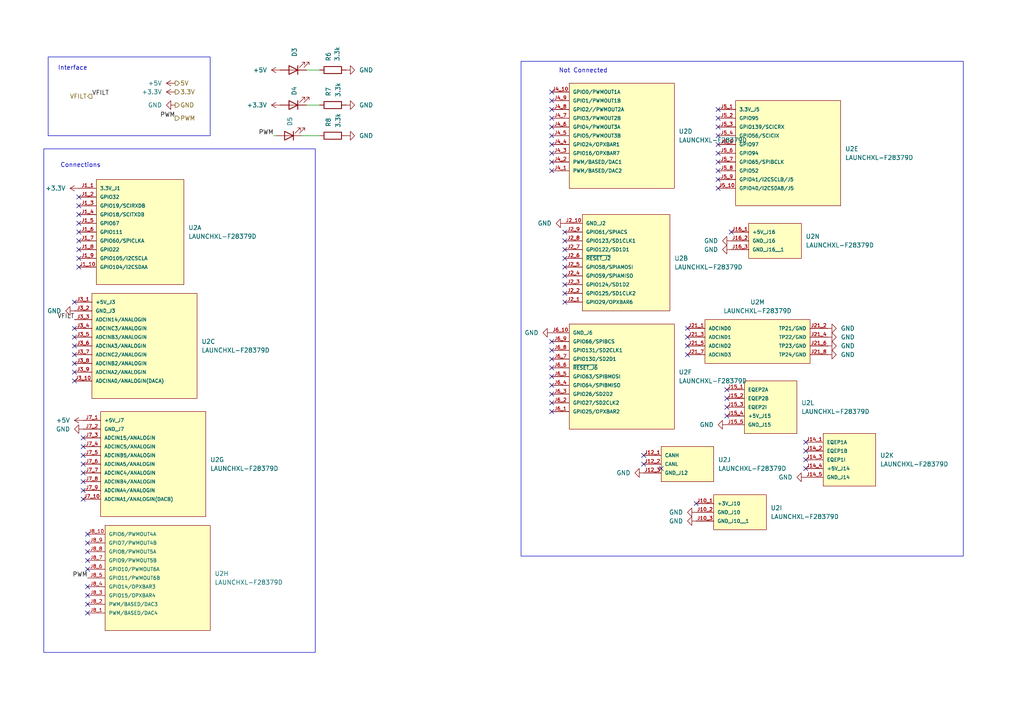
<source format=kicad_sch>
(kicad_sch (version 20231120) (generator "eeschema") (generator_version "8.0")
  (paper "A4")
  (title_block (title "Buck Converter") (date "2025-02-01") (rev "v0"))
  (lib_symbols
    (symbol "Device:R" (pin_numbers hide) (pin_names (offset 0))
      (property "Reference" "R" (at 2.032 0 90))
      (property "Value" "R" (at 0 0 90))
      (symbol "R_0_1"
        (rectangle (start -1.016 -2.54) (end 1.016 2.54) (stroke (width 0.254)))
      )
      (symbol "R_1_1"
        (pin passive line (at 0 3.81 270) (length 1.27) (name "~") (number "1"))
        (pin passive line (at 0 -3.81 90) (length 1.27) (name "~") (number "2"))
      )
    )
    (symbol "LAUNCHXL-F28379D:LAUNCHXL-F28379D" (pin_names (offset 1.016))
      (property "Reference" "U" (at -12.2428 15.9258 0))
      (property "Value" "LAUNCHXL-F28379D" (at -12.7 -17.272 0))
      (symbol "LAUNCHXL-F28379D_1_0"
        (rectangle (start -12.7 -15.24) (end 12.7 15.24) (stroke (width 0.1524)) (fill (type background)))
        (pin power_in line (at -17.78 12.7 0) (length 5.08) (name "3.3V_J1") (number "J1_1"))
        (pin bidirectional line (at -17.78 -10.16 0) (length 5.08) (name "GPIO104/I2CSDAA") (number "J1_10"))
        (pin bidirectional line (at -17.78 10.16 0) (length 5.08) (name "GPIO32") (number "J1_2"))
        (pin bidirectional line (at -17.78 7.62 0) (length 5.08) (name "GPIO19/SCIRXDB") (number "J1_3"))
        (pin bidirectional line (at -17.78 5.08 0) (length 5.08) (name "GPIO18/SCITXDB") (number "J1_4"))
        (pin bidirectional line (at -17.78 2.54 0) (length 5.08) (name "GPIO67") (number "J1_5"))
        (pin bidirectional line (at -17.78 0 0) (length 5.08) (name "GPIO111") (number "J1_6"))
        (pin bidirectional line (at -17.78 -2.54 0) (length 5.08) (name "GPIO60/SPICLKA") (number "J1_7"))
        (pin bidirectional line (at -17.78 -5.08 0) (length 5.08) (name "GPIO22") (number "J1_8"))
        (pin bidirectional line (at -17.78 -7.62 0) (length 5.08) (name "GPIO105/I2CSCLA") (number "J1_9"))
      )
      (symbol "LAUNCHXL-F28379D_2_0"
        (rectangle (start -12.7 -12.7) (end 12.7 15.24) (stroke (width 0.1524)) (fill (type background)))
        (pin bidirectional line (at -17.78 -10.16 0) (length 5.08) (name "GPIO29/OPXBAR6") (number "J2_1"))
        (pin power_in line (at -17.78 12.7 0) (length 5.08) (name "GND_J2") (number "J2_10"))
        (pin bidirectional line (at -17.78 -7.62 0) (length 5.08) (name "GPIO125/SD1CLK2") (number "J2_2"))
        (pin bidirectional line (at -17.78 -5.08 0) (length 5.08) (name "GPIO124/SD1D2") (number "J2_3"))
        (pin bidirectional line (at -17.78 -2.54 0) (length 5.08) (name "GPIO59/SPIAMISO") (number "J2_4"))
        (pin bidirectional line (at -17.78 0 0) (length 5.08) (name "GPIO58/SPIAMOSI") (number "J2_5"))
        (pin bidirectional line (at -17.78 2.54 0) (length 5.08) (name "~{RESET_J2}") (number "J2_6"))
        (pin bidirectional line (at -17.78 5.08 0) (length 5.08) (name "GPIO122/SD1D1") (number "J2_7"))
        (pin bidirectional line (at -17.78 7.62 0) (length 5.08) (name "GPIO123/SD1CLK1") (number "J2_8"))
        (pin bidirectional line (at -17.78 10.16 0) (length 5.08) (name "GPIO61/SPIACS") (number "J2_9"))
      )
      (symbol "LAUNCHXL-F28379D_3_0"
        (rectangle (start -15.24 -15.24) (end 15.24 15.24) (stroke (width 0.1524)) (fill (type background)))
        (pin power_in line (at -20.32 12.7 0) (length 5.08) (name "+5V_J3") (number "J3_1"))
        (pin bidirectional line (at -20.32 -10.16 0) (length 5.08) (name "ADCINA0/ANALOGIN(DACA)") (number "J3_10"))
        (pin power_in line (at -20.32 10.16 0) (length 5.08) (name "GND_J3") (number "J3_2"))
        (pin bidirectional line (at -20.32 7.62 0) (length 5.08) (name "ADCIN14/ANALOGIN") (number "J3_3"))
        (pin bidirectional line (at -20.32 5.08 0) (length 5.08) (name "ADCINC3/ANALOGIN") (number "J3_4"))
        (pin bidirectional line (at -20.32 2.54 0) (length 5.08) (name "ADCINB3/ANALOGIN") (number "J3_5"))
        (pin bidirectional line (at -20.32 0 0) (length 5.08) (name "ADCINA3/ANALOGIN") (number "J3_6"))
        (pin bidirectional line (at -20.32 -2.54 0) (length 5.08) (name "ADCINC2/ANALOGIN") (number "J3_7"))
        (pin bidirectional line (at -20.32 -5.08 0) (length 5.08) (name "ADCINB2/ANALOGIN") (number "J3_8"))
        (pin bidirectional line (at -20.32 -7.62 0) (length 5.08) (name "ADCINA2/ANALOGIN") (number "J3_9"))
      )
      (symbol "LAUNCHXL-F28379D_4_0"
        (rectangle (start -15.24 -15.24) (end 15.24 15.24) (stroke (width 0.1524)) (fill (type background)))
        (pin bidirectional line (at -20.32 -10.16 0) (length 5.08) (name "PWM/BASED/DAC2") (number "J4_1"))
        (pin bidirectional line (at -20.32 12.7 0) (length 5.08) (name "GPIO0/PWMOUT1A") (number "J4_10"))
        (pin bidirectional line (at -20.32 -7.62 0) (length 5.08) (name "PWM/BASED/DAC1") (number "J4_2"))
        (pin bidirectional line (at -20.32 -5.08 0) (length 5.08) (name "GPIO16/OPXBAR7") (number "J4_3"))
        (pin bidirectional line (at -20.32 -2.54 0) (length 5.08) (name "GPIO24/OPXBAR1") (number "J4_4"))
        (pin bidirectional line (at -20.32 0 0) (length 5.08) (name "GPIO5/PWMOUT3B") (number "J4_5"))
        (pin bidirectional line (at -20.32 2.54 0) (length 5.08) (name "GPIO4/PWMOUT3A") (number "J4_6"))
        (pin bidirectional line (at -20.32 5.08 0) (length 5.08) (name "GPIO3/PWMOUT2B") (number "J4_7"))
        (pin bidirectional line (at -20.32 7.62 0) (length 5.08) (name "GPIO2//PWMOUT2A") (number "J4_8"))
        (pin bidirectional line (at -20.32 10.16 0) (length 5.08) (name "GPIO1/PWMOUT1B") (number "J4_9"))
      )
      (symbol "LAUNCHXL-F28379D_5_0"
        (rectangle (start -15.24 -15.24) (end 15.24 15.24) (stroke (width 0.1524)) (fill (type background)))
        (pin power_in line (at -20.32 12.7 0) (length 5.08) (name "3.3V_J5") (number "J5_1"))
        (pin bidirectional line (at -20.32 -10.16 0) (length 5.08) (name "GPIO40/I2CSDAB/J5") (number "J5_10"))
        (pin bidirectional line (at -20.32 10.16 0) (length 5.08) (name "GPIO95") (number "J5_2"))
        (pin bidirectional line (at -20.32 7.62 0) (length 5.08) (name "GPIO139/SCICRX") (number "J5_3"))
        (pin bidirectional line (at -20.32 5.08 0) (length 5.08) (name "GPIO56/SCICIX") (number "J5_4"))
        (pin bidirectional line (at -20.32 2.54 0) (length 5.08) (name "GPIO97") (number "J5_5"))
        (pin bidirectional line (at -20.32 0 0) (length 5.08) (name "GPIO94") (number "J5_6"))
        (pin bidirectional line (at -20.32 -2.54 0) (length 5.08) (name "GPIO65/SPIBCLK") (number "J5_7"))
        (pin bidirectional line (at -20.32 -5.08 0) (length 5.08) (name "GPIO52") (number "J5_8"))
        (pin bidirectional line (at -20.32 -7.62 0) (length 5.08) (name "GPIO41/I2CSCLB/J5") (number "J5_9"))
      )
      (symbol "LAUNCHXL-F28379D_6_0"
        (rectangle (start -15.24 -15.24) (end 15.24 15.24) (stroke (width 0.1524)) (fill (type background)))
        (pin bidirectional line (at -20.32 -10.16 0) (length 5.08) (name "GPIO25/OPXBAR2") (number "J6_1"))
        (pin power_in line (at -20.32 12.7 0) (length 5.08) (name "GND_J6") (number "J6_10"))
        (pin bidirectional line (at -20.32 -7.62 0) (length 5.08) (name "GPIO27/SD2CLK2") (number "J6_2"))
        (pin bidirectional line (at -20.32 -5.08 0) (length 5.08) (name "GPIO26/SD2D2") (number "J6_3"))
        (pin bidirectional line (at -20.32 -2.54 0) (length 5.08) (name "GPIO64/SPIBMISO") (number "J6_4"))
        (pin bidirectional line (at -20.32 0 0) (length 5.08) (name "GPIO63/SPIBMOSI") (number "J6_5"))
        (pin bidirectional line (at -20.32 2.54 0) (length 5.08) (name "~{RESET_J6}") (number "J6_6"))
        (pin bidirectional line (at -20.32 5.08 0) (length 5.08) (name "GPIO130/SD2D1") (number "J6_7"))
        (pin bidirectional line (at -20.32 7.62 0) (length 5.08) (name "GPIO131/SD2CLK1") (number "J6_8"))
        (pin bidirectional line (at -20.32 10.16 0) (length 5.08) (name "GPIO66/SPIBCS") (number "J6_9"))
      )
      (symbol "LAUNCHXL-F28379D_7_0"
        (rectangle (start -15.24 -15.24) (end 15.24 15.24) (stroke (width 0.1524)) (fill (type background)))
        (pin power_in line (at -20.32 12.7 0) (length 5.08) (name "+5V_J7") (number "J7_1"))
        (pin bidirectional line (at -20.32 -10.16 0) (length 5.08) (name "ADCINA1/ANALOGIN(DACB)") (number "J7_10"))
        (pin power_in line (at -20.32 10.16 0) (length 5.08) (name "GND_J7") (number "J7_2"))
        (pin bidirectional line (at -20.32 7.62 0) (length 5.08) (name "ADCIN15/ANALOGIN") (number "J7_3"))
        (pin bidirectional line (at -20.32 5.08 0) (length 5.08) (name "ADCINC5/ANALOGIN") (number "J7_4"))
        (pin bidirectional line (at -20.32 2.54 0) (length 5.08) (name "ADCINB5/ANALOGIN") (number "J7_5"))
        (pin bidirectional line (at -20.32 0 0) (length 5.08) (name "ADCINA5/ANALOGIN") (number "J7_6"))
        (pin bidirectional line (at -20.32 -2.54 0) (length 5.08) (name "ADCINC4/ANALOGIN") (number "J7_7"))
        (pin bidirectional line (at -20.32 -5.08 0) (length 5.08) (name "ADCINB4/ANALOGIN") (number "J7_8"))
        (pin bidirectional line (at -20.32 -7.62 0) (length 5.08) (name "ADCINA4/ANALOGIN") (number "J7_9"))
      )
      (symbol "LAUNCHXL-F28379D_8_0"
        (rectangle (start -15.24 -15.24) (end 15.24 15.24) (stroke (width 0.1524)) (fill (type background)))
        (pin bidirectional line (at -20.32 -10.16 0) (length 5.08) (name "PWM/BASED/DAC4") (number "J8_1"))
        (pin bidirectional line (at -20.32 12.7 0) (length 5.08) (name "GPIO6/PWMOUT4A") (number "J8_10"))
        (pin bidirectional line (at -20.32 -7.62 0) (length 5.08) (name "PWM/BASED/DAC3") (number "J8_2"))
        (pin bidirectional line (at -20.32 -5.08 0) (length 5.08) (name "GPIO15/OPXBAR4") (number "J8_3"))
        (pin bidirectional line (at -20.32 -2.54 0) (length 5.08) (name "GPIO14/OPXBAR3") (number "J8_4"))
        (pin bidirectional line (at -20.32 0 0) (length 5.08) (name "GPIO11/PWMOUT6B") (number "J8_5"))
        (pin bidirectional line (at -20.32 2.54 0) (length 5.08) (name "GPIO10/PWMOUT6A") (number "J8_6"))
        (pin bidirectional line (at -20.32 5.08 0) (length 5.08) (name "GPIO9/PWMOUT5B") (number "J8_7"))
        (pin bidirectional line (at -20.32 7.62 0) (length 5.08) (name "GPIO8/PWMOUT5A") (number "J8_8"))
        (pin bidirectional line (at -20.32 10.16 0) (length 5.08) (name "GPIO7/PWMOUT4B") (number "J8_9"))
      )
      (symbol "LAUNCHXL-F28379D_9_0"
        (rectangle (start -7.62 -7.62) (end 7.62 2.54) (stroke (width 0.1524)) (fill (type background)))
        (pin power_in line (at -12.7 0 0) (length 5.08) (name "+3V_J10") (number "J10_1"))
        (pin power_in line (at -12.7 -2.54 0) (length 5.08) (name "GND_J10") (number "J10_2"))
        (pin power_in line (at -12.7 -5.08 0) (length 5.08) (name "GND_J10__1") (number "J10_3"))
      )
      (symbol "LAUNCHXL-F28379D_10_0"
        (rectangle (start -7.62 -5.08) (end 7.62 5.08) (stroke (width 0.1524)) (fill (type background)))
        (pin bidirectional line (at -12.7 2.54 0) (length 5.08) (name "CANH") (number "J12_1"))
        (pin bidirectional line (at -12.7 0 0) (length 5.08) (name "CANL") (number "J12_2"))
        (pin power_in line (at -12.7 -2.54 0) (length 5.08) (name "GND_J12") (number "J12_3"))
      )
      (symbol "LAUNCHXL-F28379D_11_0"
        (rectangle (start -7.62 -7.62) (end 7.62 7.62) (stroke (width 0.1524)) (fill (type background)))
        (pin bidirectional line (at -12.7 5.08 0) (length 5.08) (name "EQEP1A") (number "J14_1"))
        (pin bidirectional line (at -12.7 2.54 0) (length 5.08) (name "EQEP1B") (number "J14_2"))
        (pin bidirectional line (at -12.7 0 0) (length 5.08) (name "EQEP1I") (number "J14_3"))
        (pin power_in line (at -12.7 -2.54 0) (length 5.08) (name "+5V_J14") (number "J14_4"))
        (pin power_in line (at -12.7 -5.08 0) (length 5.08) (name "GND_J14") (number "J14_5"))
      )
      (symbol "LAUNCHXL-F28379D_12_0"
        (rectangle (start -7.62 -7.62) (end 7.62 7.62) (stroke (width 0.1524)) (fill (type background)))
        (pin bidirectional line (at -12.7 5.08 0) (length 5.08) (name "EQEP2A") (number "J15_1"))
        (pin bidirectional line (at -12.7 2.54 0) (length 5.08) (name "EQEP2B") (number "J15_2"))
        (pin bidirectional line (at -12.7 0 0) (length 5.08) (name "EQEP2I") (number "J15_3"))
        (pin power_in line (at -12.7 -2.54 0) (length 5.08) (name "+5V_J15") (number "J15_4"))
        (pin power_in line (at -12.7 -5.08 0) (length 5.08) (name "GND_J15") (number "J15_5"))
      )
      (symbol "LAUNCHXL-F28379D_13_0"
        (rectangle (start -15.24 -7.62) (end 15.24 5.08) (stroke (width 0.1524)) (fill (type background)))
        (pin input line (at -20.32 2.54 0) (length 5.08) (name "ADCIND0") (number "J21_1"))
        (pin power_in line (at 20.32 2.54 180) (length 5.08) (name "TP21/GND") (number "J21_2"))
        (pin input line (at -20.32 0 0) (length 5.08) (name "ADCIND1") (number "J21_3"))
        (pin power_in line (at 20.32 0 180) (length 5.08) (name "TP22/GND") (number "J21_4"))
        (pin input line (at -20.32 -2.54 0) (length 5.08) (name "ADCIND2") (number "J21_5"))
        (pin power_in line (at 20.32 -2.54 180) (length 5.08) (name "TP23/GND") (number "J21_6"))
        (pin input line (at -20.32 -5.08 0) (length 5.08) (name "ADCIND3") (number "J21_7"))
        (pin power_in line (at 20.32 -5.08 180) (length 5.08) (name "TP24/GND") (number "J21_8"))
      )
      (symbol "LAUNCHXL-F28379D_14_0"
        (rectangle (start -7.62 -5.08) (end 7.62 5.08) (stroke (width 0.1524)) (fill (type background)))
        (pin power_in line (at -12.7 2.54 0) (length 5.08) (name "+5V_J16") (number "J16_1"))
        (pin power_in line (at -12.7 0 0) (length 5.08) (name "GND_J16") (number "J16_2"))
        (pin power_in line (at -12.7 -2.54 0) (length 5.08) (name "GND_J16__1") (number "J16_3"))
      )
    )
    (symbol "LED:IR26-21C_L110_TR8" (pin_numbers hide) (pin_names (offset 1.016) hide)
      (property "Reference" "D" (at 0 2.54 0))
      (property "Value" "IR26-21C_L110_TR8" (at 0 -3.81 0))
      (symbol "IR26-21C_L110_TR8_0_1"
        (polyline (pts (xy -1.27 -1.27) (xy -1.27 1.27)) (stroke (width 0.254)))
        (polyline (pts (xy -1.27 0) (xy 1.27 0)))
        (polyline (pts (xy 1.27 -1.27) (xy 1.27 1.27) (xy -1.27 0) (xy 1.27 -1.27)) (stroke (width 0.254)))
        (polyline (pts (xy -3.048 -0.762) (xy -4.572 -2.286) (xy -3.81 -2.286) (xy -4.572 -2.286) (xy -4.572 -1.524)))
        (polyline (pts (xy -1.778 -0.762) (xy -3.302 -2.286) (xy -2.54 -2.286) (xy -3.302 -2.286) (xy -3.302 -1.524)))
      )
      (symbol "IR26-21C_L110_TR8_1_1"
        (pin passive line (at -3.81 0 0) (length 2.54) (name "K") (number "1"))
        (pin passive line (at 3.81 0 180) (length 2.54) (name "A") (number "2"))
      )
    )
    (symbol "power:+3.3V" (power) (pin_numbers hide) (pin_names (offset 0) hide)
      (property "Value" "+3.3V" (at 0 3.556 0))
      (symbol "+3.3V_0_1"
        (polyline (pts (xy -0.762 1.27) (xy 0 2.54)))
        (polyline (pts (xy 0 0) (xy 0 2.54)))
        (polyline (pts (xy 0 2.54) (xy 0.762 1.27)))
      )
      (symbol "+3.3V_1_1"
        (pin power_in line (at 0 0 90) (length 0) (name "~") (number "1"))
      )
    )
    (symbol "power:+5V" (power) (pin_numbers hide) (pin_names (offset 0) hide)
      (property "Value" "+5V" (at 0 3.556 0))
      (symbol "+5V_0_1"
        (polyline (pts (xy -0.762 1.27) (xy 0 2.54)))
        (polyline (pts (xy 0 0) (xy 0 2.54)))
        (polyline (pts (xy 0 2.54) (xy 0.762 1.27)))
      )
      (symbol "+5V_1_1"
        (pin power_in line (at 0 0 90) (length 0) (name "~") (number "1"))
      )
    )
    (symbol "power:GND" (power) (pin_numbers hide) (pin_names (offset 0) hide)
      (property "Value" "GND" (at 0 -3.81 0))
      (symbol "GND_0_1"
        (polyline (pts (xy 0 0) (xy 0 -1.27) (xy 1.27 -1.27) (xy 0 -2.54) (xy -1.27 -1.27) (xy 0 -1.27)))
      )
      (symbol "GND_1_1"
        (pin power_in line (at 0 0 270) (length 0) (name "~") (number "1"))
      )
    )
  )
  (no_connect (at 163.83 74.93))
  (no_connect (at 163.83 69.85))
  (no_connect (at 160.02 29.21))
  (no_connect (at 25.4 157.48))
  (no_connect (at 25.4 172.72))
  (no_connect (at 199.39 95.25))
  (no_connect (at 21.59 107.95))
  (no_connect (at 25.4 177.8))
  (no_connect (at 24.13 129.54))
  (no_connect (at 160.02 109.22))
  (no_connect (at 24.13 139.7))
  (no_connect (at 25.4 154.94))
  (no_connect (at 210.82 115.57))
  (no_connect (at 25.4 175.26))
  (no_connect (at 160.02 44.45))
  (no_connect (at 212.09 67.31))
  (no_connect (at 22.86 74.93))
  (no_connect (at 21.59 105.41))
  (no_connect (at 208.28 39.37))
  (no_connect (at 186.69 134.62))
  (no_connect (at 160.02 104.14))
  (no_connect (at 160.02 116.84))
  (no_connect (at 160.02 111.76))
  (no_connect (at 160.02 41.91))
  (no_connect (at 163.83 77.47))
  (no_connect (at 233.68 128.27))
  (no_connect (at 160.02 46.99))
  (no_connect (at 22.86 67.31))
  (no_connect (at 160.02 26.67))
  (no_connect (at 163.83 80.01))
  (no_connect (at 208.28 44.45))
  (no_connect (at 25.4 162.56))
  (no_connect (at 199.39 100.33))
  (no_connect (at 160.02 49.53))
  (no_connect (at 24.13 137.16))
  (no_connect (at 208.28 36.83))
  (no_connect (at 24.13 134.62))
  (no_connect (at 21.59 102.87))
  (no_connect (at 163.83 82.55))
  (no_connect (at 208.28 34.29))
  (no_connect (at 191.77 135.89))
  (no_connect (at 160.02 106.68))
  (no_connect (at 163.83 72.39))
  (no_connect (at 233.68 133.35))
  (no_connect (at 22.86 62.23))
  (no_connect (at 21.59 100.33))
  (no_connect (at 201.93 146.05))
  (no_connect (at 208.28 41.91))
  (no_connect (at 25.4 165.1))
  (no_connect (at 24.13 127))
  (no_connect (at 160.02 39.37))
  (no_connect (at 233.68 135.89))
  (no_connect (at 21.59 110.49))
  (no_connect (at 210.82 118.11))
  (no_connect (at 210.82 120.65))
  (no_connect (at 163.83 87.63))
  (no_connect (at 160.02 34.29))
  (no_connect (at 22.86 69.85))
  (no_connect (at 163.83 67.31))
  (no_connect (at 25.4 160.02))
  (no_connect (at 21.59 87.63))
  (no_connect (at 208.28 54.61))
  (no_connect (at 208.28 52.07))
  (no_connect (at 160.02 99.06))
  (no_connect (at 163.83 85.09))
  (no_connect (at 199.39 102.87))
  (no_connect (at 22.86 57.15))
  (no_connect (at 160.02 101.6))
  (no_connect (at 22.86 77.47))
  (no_connect (at 22.86 59.69))
  (no_connect (at 25.4 170.18))
  (no_connect (at 199.39 97.79))
  (no_connect (at 208.28 31.75))
  (no_connect (at 21.59 97.79))
  (no_connect (at 160.02 119.38))
  (no_connect (at 24.13 144.78))
  (no_connect (at 24.13 132.08))
  (no_connect (at 22.86 72.39))
  (no_connect (at 208.28 46.99))
  (no_connect (at 24.13 142.24))
  (no_connect (at 210.82 113.03))
  (no_connect (at 160.02 31.75))
  (no_connect (at 233.68 130.81))
  (no_connect (at 186.69 132.08))
  (no_connect (at 21.59 95.25))
  (no_connect (at 160.02 114.3))
  (no_connect (at 208.28 49.53))
  (no_connect (at 160.02 36.83))
  (no_connect (at 22.86 64.77))
  (wire (pts (xy 88.9 20.32) (xy 92.71 20.32)))
  (wire (pts (xy 79.375 39.37) (xy 80.01 39.37)))
  (wire (pts (xy 87.63 39.37) (xy 92.71 39.37)))
  (wire (pts (xy 88.9 30.48) (xy 92.71 30.48)))
  (rectangle (start 13.97 16.51) (end 60.96 39.37))
  (rectangle (start 12.7 43.18) (end 91.44 189.23))
  (rectangle (start 151.13 17.78) (end 279.4 161.29))
  (text "Not Connected" (at 169.164 20.574 0) (effects (font (size 1.27 1.27))))
  (text "Connections" (at 23.368 48.006 0) (effects (font (size 1.27 1.27))))
  (text "Interface" (at 21.082 19.812 0) (effects (font (size 1.27 1.27))))
  (label "VFILT" (at 26.67 27.94 0))
  (label "PWM" (at 50.8 34.29 180))
  (label "PWM" (at 25.4 167.64 180))
  (label "VFILT" (at 21.59 92.71 180))
  (label "PWM" (at 79.375 39.37 180))
  (hierarchical_label "PWM" (shape output) (at 50.8 34.29 0))
  (hierarchical_label "GND" (shape output) (at 50.8 30.48 0))
  (hierarchical_label "VFILT" (shape output) (at 26.67 27.94 180))
  (hierarchical_label "5V" (shape output) (at 50.8 24.13 0))
  (hierarchical_label "3.3V" (shape output) (at 50.8 26.67 0))
  (symbol (lib_id "power:+5V") (at 81.28 20.32 90) (unit 1)
    (property "Reference" "#PWR044" (effects (hide yes)))
    (property "Value" "+5V" (at 77.47 20.3199 90) (effects (justify left)))
    (property "Description" "Power symbol creates a global label with name \"+5V\"" (effects (hide yes)))
  )
  (symbol (lib_id "Device:R") (at 96.52 20.32 90) (unit 1)
    (property "Reference" "R6" (at 95.2499 17.78 0) (effects (justify left)))
    (property "Value" "3.3k" (at 97.7899 17.78 0) (effects (justify left)))
    (property "Footprint" "Resistor_SMD:R_0805_2012Metric_Pad1.20x1.40mm_HandSolder" (effects (hide yes)))
    (property "Datasheet" "ERU-P06F3301V" (effects (hide yes)))
    (property "Description" "Resistor" (effects (hide yes)))
    (property "Part Number" "ERU-P06F3301V" (effects (hide yes)))
  )
  (symbol (lib_id "LAUNCHXL-F28379D:LAUNCHXL-F28379D") (at 45.72 167.64 0) (unit 8)
    (property "Reference" "U2" (at 62.23 166.3699 0) (effects (justify left)))
    (property "Value" "LAUNCHXL-F28379D" (at 62.23 168.9099 0) (effects (justify left)))
    (property "Footprint" "BuckConverter:MOD_LAUNCHXL-F28379D" (effects (hide yes)))
    (property "PARTREV" "2.0" (effects (hide yes)))
    (property "STANDARD" "Manufacturer Recommendations" (effects (hide yes)))
    (property "MANUFACTURER" "Texas Instruments" (effects (hide yes)))
  )
  (symbol (lib_id "power:GND") (at 233.68 138.43 270) (unit 1)
    (property "Reference" "#PWR028" (effects (hide yes)))
    (property "Value" "GND" (at 229.87 138.4299 90) (effects (justify right)))
    (property "Description" "Power symbol creates a global label with name \"GND\" , ground" (effects (hide yes)))
  )
  (symbol (lib_id "power:GND") (at 160.02 96.52 270) (unit 1)
    (property "Reference" "#PWR024" (effects (hide yes)))
    (property "Value" "GND" (at 156.21 96.5199 90) (effects (justify right)))
    (property "Description" "Power symbol creates a global label with name \"GND\" , ground" (effects (hide yes)))
  )
  (symbol (lib_id "LAUNCHXL-F28379D:LAUNCHXL-F28379D") (at 228.6 44.45 0) (unit 5)
    (property "Reference" "U2" (at 245.11 43.1799 0) (effects (justify left)))
    (property "Value" "LAUNCHXL-F28379D" (at 245.11 45.7199 0) (effects (justify left)))
    (property "Footprint" "BuckConverter:MOD_LAUNCHXL-F28379D" (effects (hide yes)))
    (property "PARTREV" "2.0" (effects (hide yes)))
    (property "STANDARD" "Manufacturer Recommendations" (effects (hide yes)))
    (property "MANUFACTURER" "Texas Instruments" (effects (hide yes)))
  )
  (symbol (lib_id "power:GND") (at 100.33 39.37 90) (unit 1)
    (property "Reference" "#PWR048" (effects (hide yes)))
    (property "Value" "GND" (at 104.14 39.3699 90) (effects (justify right)))
    (property "Description" "Power symbol creates a global label with name \"GND\" , ground" (effects (hide yes)))
  )
  (symbol (lib_id "power:+5V") (at 50.8 24.13 90) (unit 1)
    (property "Reference" "#PWR017" (effects (hide yes)))
    (property "Value" "+5V" (at 46.99 24.1299 90) (effects (justify left)))
    (property "Description" "Power symbol creates a global label with name \"+5V\"" (effects (hide yes)))
  )
  (symbol (lib_id "power:GND") (at 212.09 69.85 270) (unit 1)
    (property "Reference" "#PWR030" (effects (hide yes)))
    (property "Value" "GND" (at 208.28 69.8499 90) (effects (justify right)))
    (property "Description" "Power symbol creates a global label with name \"GND\" , ground" (effects (hide yes)))
  )
  (symbol (lib_id "power:+5V") (at 24.13 121.92 90) (unit 1)
    (property "Reference" "#PWR036" (effects (hide yes)))
    (property "Value" "+5V" (at 20.32 121.9199 90) (effects (justify left)))
    (property "Description" "Power symbol creates a global label with name \"+5V\"" (effects (hide yes)))
  )
  (symbol (lib_id "LAUNCHXL-F28379D:LAUNCHXL-F28379D") (at 40.64 67.31 0) (unit 1)
    (property "Reference" "U2" (at 54.61 66.0399 0) (effects (justify left)))
    (property "Value" "LAUNCHXL-F28379D" (at 54.61 68.5799 0) (effects (justify left)))
    (property "Footprint" "BuckConverter:MOD_LAUNCHXL-F28379D" (effects (hide yes)))
    (property "PARTREV" "2.0" (effects (hide yes)))
    (property "STANDARD" "Manufacturer Recommendations" (effects (hide yes)))
    (property "MANUFACTURER" "Texas Instruments" (effects (hide yes)))
  )
  (symbol (lib_id "LAUNCHXL-F28379D:LAUNCHXL-F28379D") (at 214.63 146.05 0) (unit 9)
    (property "Reference" "U2" (at 223.52 147.3199 0) (effects (justify left)))
    (property "Value" "LAUNCHXL-F28379D" (at 223.52 149.8599 0) (effects (justify left)))
    (property "Footprint" "BuckConverter:MOD_LAUNCHXL-F28379D" (effects (hide yes)))
    (property "PARTREV" "2.0" (effects (hide yes)))
    (property "STANDARD" "Manufacturer Recommendations" (effects (hide yes)))
    (property "MANUFACTURER" "Texas Instruments" (effects (hide yes)))
  )
  (symbol (lib_id "power:GND") (at 21.59 90.17 270) (unit 1)
    (property "Reference" "#PWR023" (effects (hide yes)))
    (property "Value" "GND" (at 17.78 90.1699 90) (effects (justify right)))
    (property "Description" "Power symbol creates a global label with name \"GND\" , ground" (effects (hide yes)))
  )
  (symbol (lib_id "LED:IR26-21C_L110_TR8") (at 85.09 20.32 180) (unit 1)
    (property "Reference" "D3" (at 85.4074 16.51 90) (effects (justify right)))
    (property "Value" "IR26-21C_L110_TR8" (effects (hide yes)))
    (property "Footprint" "LED_SMD:LED_1206_3216Metric" (effects (hide yes)))
    (property "Datasheet" "http://www.everlight.com/file/ProductFile/IR26-21C-L110-TR8.pdf" (effects (hide yes)))
    (property "Description" "940nm, 20 deg, Infrared LED, 1206" (effects (hide yes)))
  )
  (symbol (lib_id "LAUNCHXL-F28379D:LAUNCHXL-F28379D") (at 199.39 134.62 0) (unit 10)
    (property "Reference" "U2" (at 208.28 133.3499 0) (effects (justify left)))
    (property "Value" "LAUNCHXL-F28379D" (at 208.28 135.8899 0) (effects (justify left)))
    (property "Footprint" "BuckConverter:MOD_LAUNCHXL-F28379D" (effects (hide yes)))
    (property "PARTREV" "2.0" (effects (hide yes)))
    (property "STANDARD" "Manufacturer Recommendations" (effects (hide yes)))
    (property "MANUFACTURER" "Texas Instruments" (effects (hide yes)))
  )
  (symbol (lib_id "power:GND") (at 240.03 97.79 90) (unit 1)
    (property "Reference" "#PWR033" (effects (hide yes)))
    (property "Value" "GND" (at 243.84 97.7899 90) (effects (justify right)))
    (property "Description" "Power symbol creates a global label with name \"GND\" , ground" (effects (hide yes)))
  )
  (symbol (lib_id "LAUNCHXL-F28379D:LAUNCHXL-F28379D") (at 224.79 69.85 0) (unit 14)
    (property "Reference" "U2" (at 233.68 68.5799 0) (effects (justify left)))
    (property "Value" "LAUNCHXL-F28379D" (at 233.68 71.1199 0) (effects (justify left)))
    (property "Footprint" "BuckConverter:MOD_LAUNCHXL-F28379D" (effects (hide yes)))
    (property "PARTREV" "2.0" (effects (hide yes)))
    (property "STANDARD" "Manufacturer Recommendations" (effects (hide yes)))
    (property "MANUFACTURER" "Texas Instruments" (effects (hide yes)))
  )
  (symbol (lib_id "power:GND") (at 201.93 151.13 270) (unit 1)
    (property "Reference" "#PWR026" (effects (hide yes)))
    (property "Value" "GND" (at 198.12 151.1299 90) (effects (justify right)))
    (property "Description" "Power symbol creates a global label with name \"GND\" , ground" (effects (hide yes)))
  )
  (symbol (lib_id "LAUNCHXL-F28379D:LAUNCHXL-F28379D") (at 181.61 77.47 0) (unit 2)
    (property "Reference" "U2" (at 195.58 74.9299 0) (effects (justify left)))
    (property "Value" "LAUNCHXL-F28379D" (at 195.58 77.4699 0) (effects (justify left)))
    (property "Footprint" "BuckConverter:MOD_LAUNCHXL-F28379D" (effects (hide yes)))
    (property "PARTREV" "2.0" (effects (hide yes)))
    (property "STANDARD" "Manufacturer Recommendations" (effects (hide yes)))
    (property "MANUFACTURER" "Texas Instruments" (effects (hide yes)))
  )
  (symbol (lib_id "power:+3.3V") (at 22.86 54.61 90) (unit 1)
    (property "Reference" "#PWR020" (effects (hide yes)))
    (property "Value" "+3.3V" (at 19.05 54.6099 90) (effects (justify left)))
    (property "Description" "Power symbol creates a global label with name \"+3.3V\"" (effects (hide yes)))
  )
  (symbol (lib_id "LAUNCHXL-F28379D:LAUNCHXL-F28379D") (at 41.91 100.33 0) (unit 3)
    (property "Reference" "U2" (at 58.42 99.0599 0) (effects (justify left)))
    (property "Value" "LAUNCHXL-F28379D" (at 58.42 101.5999 0) (effects (justify left)))
    (property "Footprint" "BuckConverter:MOD_LAUNCHXL-F28379D" (effects (hide yes)))
    (property "PARTREV" "2.0" (effects (hide yes)))
    (property "STANDARD" "Manufacturer Recommendations" (effects (hide yes)))
    (property "MANUFACTURER" "Texas Instruments" (effects (hide yes)))
  )
  (symbol (lib_id "power:GND") (at 100.33 30.48 90) (unit 1)
    (property "Reference" "#PWR047" (effects (hide yes)))
    (property "Value" "GND" (at 104.14 30.4799 90) (effects (justify right)))
    (property "Description" "Power symbol creates a global label with name \"GND\" , ground" (effects (hide yes)))
  )
  (symbol (lib_id "power:GND") (at 50.8 30.48 270) (unit 1)
    (property "Reference" "#PWR019" (effects (hide yes)))
    (property "Value" "GND" (at 46.99 30.4799 90) (effects (justify right)))
    (property "Description" "Power symbol creates a global label with name \"GND\" , ground" (effects (hide yes)))
  )
  (symbol (lib_id "LAUNCHXL-F28379D:LAUNCHXL-F28379D") (at 180.34 39.37 0) (unit 4)
    (property "Reference" "U2" (at 196.85 38.0999 0) (effects (justify left)))
    (property "Value" "LAUNCHXL-F28379D" (at 196.85 40.6399 0) (effects (justify left)))
    (property "Footprint" "BuckConverter:MOD_LAUNCHXL-F28379D" (effects (hide yes)))
    (property "PARTREV" "2.0" (effects (hide yes)))
    (property "STANDARD" "Manufacturer Recommendations" (effects (hide yes)))
    (property "MANUFACTURER" "Texas Instruments" (effects (hide yes)))
  )
  (symbol (lib_id "power:GND") (at 240.03 95.25 90) (unit 1)
    (property "Reference" "#PWR032" (effects (hide yes)))
    (property "Value" "GND" (at 243.84 95.2499 90) (effects (justify right)))
    (property "Description" "Power symbol creates a global label with name \"GND\" , ground" (effects (hide yes)))
  )
  (symbol (lib_id "power:GND") (at 210.82 123.19 270) (unit 1)
    (property "Reference" "#PWR029" (effects (hide yes)))
    (property "Value" "GND" (at 207.01 123.1899 90) (effects (justify right)))
    (property "Description" "Power symbol creates a global label with name \"GND\" , ground" (effects (hide yes)))
  )
  (symbol (lib_id "power:GND") (at 186.69 137.16 270) (unit 1)
    (property "Reference" "#PWR027" (effects (hide yes)))
    (property "Value" "GND" (at 182.88 137.1599 90) (effects (justify right)))
    (property "Description" "Power symbol creates a global label with name \"GND\" , ground" (effects (hide yes)))
  )
  (symbol (lib_id "LED:IR26-21C_L110_TR8") (at 83.82 39.37 180) (unit 1)
    (property "Reference" "D5" (at 84.074 36.576 90) (effects (justify right)))
    (property "Value" "IR26-21C_L110_TR8" (effects (hide yes)))
    (property "Footprint" "LED_SMD:LED_1206_3216Metric" (effects (hide yes)))
    (property "Datasheet" "http://www.everlight.com/file/ProductFile/IR26-21C-L110-TR8.pdf" (effects (hide yes)))
    (property "Description" "940nm, 20 deg, Infrared LED, 1206" (effects (hide yes)))
  )
  (symbol (lib_id "power:GND") (at 24.13 124.46 270) (unit 1)
    (property "Reference" "#PWR021" (effects (hide yes)))
    (property "Value" "GND" (at 20.32 124.4599 90) (effects (justify right)))
    (property "Description" "Power symbol creates a global label with name \"GND\" , ground" (effects (hide yes)))
  )
  (symbol (lib_id "power:GND") (at 100.33 20.32 90) (unit 1)
    (property "Reference" "#PWR046" (effects (hide yes)))
    (property "Value" "GND" (at 104.14 20.3199 90) (effects (justify right)))
    (property "Description" "Power symbol creates a global label with name \"GND\" , ground" (effects (hide yes)))
  )
  (symbol (lib_id "Device:R") (at 96.52 30.48 90) (unit 1)
    (property "Reference" "R7" (at 95.2499 27.94 0) (effects (justify left)))
    (property "Value" "3.3k" (at 98.044 28.194 0) (effects (justify left)))
    (property "Footprint" "Resistor_SMD:R_0805_2012Metric_Pad1.20x1.40mm_HandSolder" (effects (hide yes)))
    (property "Datasheet" "ERU-P06F3301V" (effects (hide yes)))
    (property "Description" "Resistor" (effects (hide yes)))
    (property "Part Number" "ERU-P06F3301V" (effects (hide yes)))
  )
  (symbol (lib_id "LED:IR26-21C_L110_TR8") (at 85.09 30.48 180) (unit 1)
    (property "Reference" "D4" (at 85.344 27.686 90) (effects (justify right)))
    (property "Value" "IR26-21C_L110_TR8" (effects (hide yes)))
    (property "Footprint" "LED_SMD:LED_1206_3216Metric" (effects (hide yes)))
    (property "Datasheet" "http://www.everlight.com/file/ProductFile/IR26-21C-L110-TR8.pdf" (effects (hide yes)))
    (property "Description" "940nm, 20 deg, Infrared LED, 1206" (effects (hide yes)))
  )
  (symbol (lib_id "LAUNCHXL-F28379D:LAUNCHXL-F28379D") (at 219.71 97.79 0) (unit 13)
    (property "Reference" "U2" (at 219.71 87.63 0))
    (property "Value" "LAUNCHXL-F28379D" (at 219.71 90.17 0))
    (property "Footprint" "BuckConverter:MOD_LAUNCHXL-F28379D" (effects (hide yes)))
    (property "PARTREV" "2.0" (effects (hide yes)))
    (property "STANDARD" "Manufacturer Recommendations" (effects (hide yes)))
    (property "MANUFACTURER" "Texas Instruments" (effects (hide yes)))
  )
  (symbol (lib_id "LAUNCHXL-F28379D:LAUNCHXL-F28379D") (at 180.34 109.22 0) (unit 6)
    (property "Reference" "U2" (at 196.85 107.9499 0) (effects (justify left)))
    (property "Value" "LAUNCHXL-F28379D" (at 196.85 110.4899 0) (effects (justify left)))
    (property "Footprint" "BuckConverter:MOD_LAUNCHXL-F28379D" (effects (hide yes)))
    (property "PARTREV" "2.0" (effects (hide yes)))
    (property "STANDARD" "Manufacturer Recommendations" (effects (hide yes)))
    (property "MANUFACTURER" "Texas Instruments" (effects (hide yes)))
  )
  (symbol (lib_id "power:GND") (at 240.03 100.33 90) (unit 1)
    (property "Reference" "#PWR034" (effects (hide yes)))
    (property "Value" "GND" (at 243.84 100.3299 90) (effects (justify right)))
    (property "Description" "Power symbol creates a global label with name \"GND\" , ground" (effects (hide yes)))
  )
  (symbol (lib_id "power:GND") (at 212.09 72.39 270) (unit 1)
    (property "Reference" "#PWR031" (effects (hide yes)))
    (property "Value" "GND" (at 208.28 72.3899 90) (effects (justify right)))
    (property "Description" "Power symbol creates a global label with name \"GND\" , ground" (effects (hide yes)))
  )
  (symbol (lib_id "LAUNCHXL-F28379D:LAUNCHXL-F28379D") (at 223.52 118.11 0) (unit 12)
    (property "Reference" "U2" (at 232.41 116.8399 0) (effects (justify left)))
    (property "Value" "LAUNCHXL-F28379D" (at 232.41 119.3799 0) (effects (justify left)))
    (property "Footprint" "BuckConverter:MOD_LAUNCHXL-F28379D" (effects (hide yes)))
    (property "PARTREV" "2.0" (effects (hide yes)))
    (property "STANDARD" "Manufacturer Recommendations" (effects (hide yes)))
    (property "MANUFACTURER" "Texas Instruments" (effects (hide yes)))
  )
  (symbol (lib_id "power:GND") (at 201.93 148.59 270) (unit 1)
    (property "Reference" "#PWR025" (effects (hide yes)))
    (property "Value" "GND" (at 198.12 148.5899 90) (effects (justify right)))
    (property "Description" "Power symbol creates a global label with name \"GND\" , ground" (effects (hide yes)))
  )
  (symbol (lib_id "power:+3.3V") (at 50.8 26.67 90) (unit 1)
    (property "Reference" "#PWR018" (effects (hide yes)))
    (property "Value" "+3.3V" (at 46.99 26.6699 90) (effects (justify left)))
    (property "Description" "Power symbol creates a global label with name \"+3.3V\"" (effects (hide yes)))
  )
  (symbol (lib_id "LAUNCHXL-F28379D:LAUNCHXL-F28379D") (at 246.38 133.35 0) (unit 11)
    (property "Reference" "U2" (at 255.27 132.0799 0) (effects (justify left)))
    (property "Value" "LAUNCHXL-F28379D" (at 255.27 134.6199 0) (effects (justify left)))
    (property "Footprint" "BuckConverter:MOD_LAUNCHXL-F28379D" (effects (hide yes)))
    (property "PARTREV" "2.0" (effects (hide yes)))
    (property "STANDARD" "Manufacturer Recommendations" (effects (hide yes)))
    (property "MANUFACTURER" "Texas Instruments" (effects (hide yes)))
  )
  (symbol (lib_id "LAUNCHXL-F28379D:LAUNCHXL-F28379D") (at 44.45 134.62 0) (unit 7)
    (property "Reference" "U2" (at 60.96 133.3499 0) (effects (justify left)))
    (property "Value" "LAUNCHXL-F28379D" (at 60.96 135.8899 0) (effects (justify left)))
    (property "Footprint" "BuckConverter:MOD_LAUNCHXL-F28379D" (effects (hide yes)))
    (property "PARTREV" "2.0" (effects (hide yes)))
    (property "STANDARD" "Manufacturer Recommendations" (effects (hide yes)))
    (property "MANUFACTURER" "Texas Instruments" (effects (hide yes)))
  )
  (symbol (lib_id "power:GND") (at 240.03 102.87 90) (unit 1)
    (property "Reference" "#PWR035" (effects (hide yes)))
    (property "Value" "GND" (at 243.84 102.8699 90) (effects (justify right)))
    (property "Description" "Power symbol creates a global label with name \"GND\" , ground" (effects (hide yes)))
  )
  (symbol (lib_id "power:GND") (at 163.83 64.77 270) (unit 1)
    (property "Reference" "#PWR022" (effects (hide yes)))
    (property "Value" "GND" (at 160.02 64.7699 90) (effects (justify right)))
    (property "Description" "Power symbol creates a global label with name \"GND\" , ground" (effects (hide yes)))
  )
  (symbol (lib_id "power:+3.3V") (at 81.28 30.48 90) (unit 1)
    (property "Reference" "#PWR045" (effects (hide yes)))
    (property "Value" "+3.3V" (at 77.47 30.4799 90) (effects (justify left)))
    (property "Description" "Power symbol creates a global label with name \"+3.3V\"" (effects (hide yes)))
  )
  (symbol (lib_id "Device:R") (at 96.52 39.37 90) (unit 1)
    (property "Reference" "R8" (at 95.2499 36.83 0) (effects (justify left)))
    (property "Value" "3.3k" (at 98.044 37.084 0) (effects (justify left)))
    (property "Footprint" "Resistor_SMD:R_0805_2012Metric_Pad1.20x1.40mm_HandSolder" (effects (hide yes)))
    (property "Datasheet" "ERU-P06F3301V" (effects (hide yes)))
    (property "Description" "Resistor" (effects (hide yes)))
    (property "Part Number" "ERU-P06F3301V" (effects (hide yes)))
  )
)
</source>
